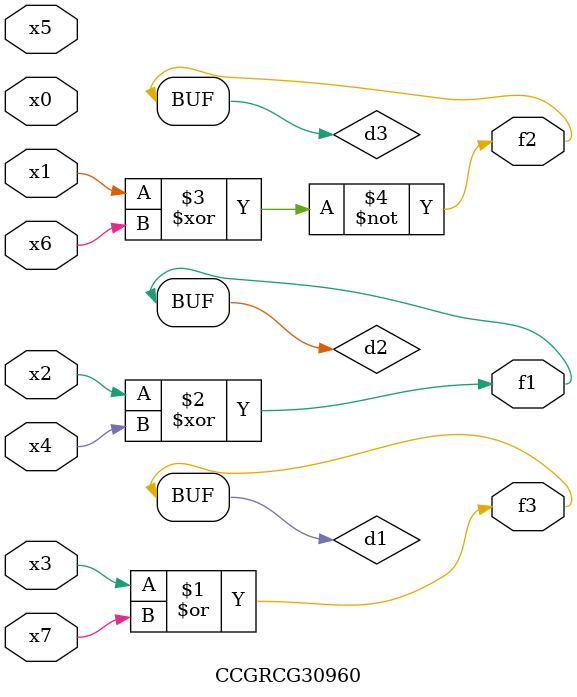
<source format=v>
module CCGRCG30960(
	input x0, x1, x2, x3, x4, x5, x6, x7,
	output f1, f2, f3
);

	wire d1, d2, d3;

	or (d1, x3, x7);
	xor (d2, x2, x4);
	xnor (d3, x1, x6);
	assign f1 = d2;
	assign f2 = d3;
	assign f3 = d1;
endmodule

</source>
